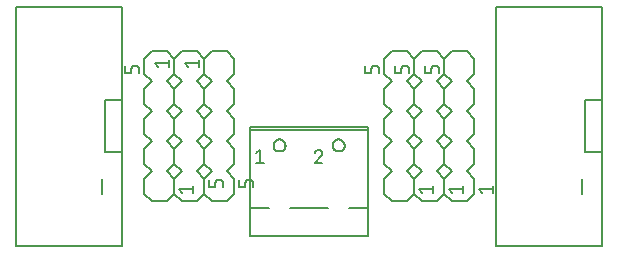
<source format=gto>
G04 EAGLE Gerber X2 export*
%TF.Part,Single*%
%TF.FileFunction,Other,Top Silkscreen*%
%TF.FilePolarity,Positive*%
%TF.GenerationSoftware,Autodesk,EAGLE,8.7.1*%
%TF.CreationDate,2018-03-26T18:49:14Z*%
G75*
%MOMM*%
%FSLAX34Y34*%
%LPD*%
%AMOC8*
5,1,8,0,0,1.08239X$1,22.5*%
G01*
%ADD10C,0.152400*%
%ADD11C,0.127000*%
%ADD12C,0.203200*%


D10*
X215900Y146050D02*
X215900Y133350D01*
X209550Y127000D01*
X196850Y127000D02*
X190500Y133350D01*
X209550Y127000D02*
X215900Y120650D01*
X215900Y107950D01*
X209550Y101600D01*
X196850Y101600D02*
X190500Y107950D01*
X190500Y120650D01*
X196850Y127000D01*
X196850Y152400D02*
X209550Y152400D01*
X215900Y146050D01*
X196850Y152400D02*
X190500Y146050D01*
X190500Y133350D01*
X209550Y101600D02*
X215900Y95250D01*
X215900Y82550D01*
X209550Y76200D01*
X196850Y76200D02*
X190500Y82550D01*
X190500Y95250D01*
X196850Y101600D01*
X215900Y69850D02*
X215900Y57150D01*
X209550Y50800D01*
X196850Y50800D02*
X190500Y57150D01*
X209550Y50800D02*
X215900Y44450D01*
X215900Y31750D01*
X209550Y25400D01*
X196850Y25400D01*
X190500Y31750D01*
X190500Y44450D01*
X196850Y50800D01*
X215900Y69850D02*
X209550Y76200D01*
X196850Y76200D02*
X190500Y69850D01*
X190500Y57150D01*
D11*
X177165Y139065D02*
X174625Y142240D01*
X186055Y142240D01*
X186055Y139065D02*
X186055Y145415D01*
X231775Y41275D02*
X231775Y37465D01*
X231775Y41275D02*
X231773Y41375D01*
X231767Y41474D01*
X231757Y41574D01*
X231744Y41672D01*
X231726Y41771D01*
X231705Y41868D01*
X231680Y41964D01*
X231651Y42060D01*
X231618Y42154D01*
X231582Y42247D01*
X231542Y42338D01*
X231498Y42428D01*
X231451Y42516D01*
X231401Y42602D01*
X231347Y42686D01*
X231290Y42768D01*
X231230Y42847D01*
X231166Y42925D01*
X231100Y42999D01*
X231031Y43071D01*
X230959Y43140D01*
X230885Y43206D01*
X230807Y43270D01*
X230728Y43330D01*
X230646Y43387D01*
X230562Y43441D01*
X230476Y43491D01*
X230388Y43538D01*
X230298Y43582D01*
X230207Y43622D01*
X230114Y43658D01*
X230020Y43691D01*
X229924Y43720D01*
X229828Y43745D01*
X229731Y43766D01*
X229632Y43784D01*
X229534Y43797D01*
X229434Y43807D01*
X229335Y43813D01*
X229235Y43815D01*
X227965Y43815D01*
X227865Y43813D01*
X227766Y43807D01*
X227666Y43797D01*
X227568Y43784D01*
X227469Y43766D01*
X227372Y43745D01*
X227276Y43720D01*
X227180Y43691D01*
X227086Y43658D01*
X226993Y43622D01*
X226902Y43582D01*
X226812Y43538D01*
X226724Y43491D01*
X226638Y43441D01*
X226554Y43387D01*
X226472Y43330D01*
X226393Y43270D01*
X226315Y43206D01*
X226241Y43140D01*
X226169Y43071D01*
X226100Y42999D01*
X226034Y42925D01*
X225970Y42847D01*
X225910Y42768D01*
X225853Y42686D01*
X225799Y42602D01*
X225749Y42516D01*
X225702Y42428D01*
X225658Y42338D01*
X225618Y42247D01*
X225582Y42154D01*
X225549Y42060D01*
X225520Y41964D01*
X225495Y41868D01*
X225474Y41771D01*
X225456Y41672D01*
X225443Y41574D01*
X225433Y41474D01*
X225427Y41375D01*
X225425Y41275D01*
X225425Y37465D01*
X220345Y37465D01*
X220345Y43815D01*
D10*
X190500Y133350D02*
X190500Y146050D01*
X190500Y133350D02*
X184150Y127000D01*
X171450Y127000D02*
X165100Y133350D01*
X184150Y127000D02*
X190500Y120650D01*
X190500Y107950D01*
X184150Y101600D01*
X171450Y101600D02*
X165100Y107950D01*
X165100Y120650D01*
X171450Y127000D01*
X171450Y152400D02*
X184150Y152400D01*
X190500Y146050D01*
X171450Y152400D02*
X165100Y146050D01*
X165100Y133350D01*
X184150Y101600D02*
X190500Y95250D01*
X190500Y82550D01*
X184150Y76200D01*
X171450Y76200D02*
X165100Y82550D01*
X165100Y95250D01*
X171450Y101600D01*
X190500Y69850D02*
X190500Y57150D01*
X184150Y50800D01*
X171450Y50800D02*
X165100Y57150D01*
X184150Y50800D02*
X190500Y44450D01*
X190500Y31750D01*
X184150Y25400D01*
X171450Y25400D01*
X165100Y31750D01*
X165100Y44450D01*
X171450Y50800D01*
X190500Y69850D02*
X184150Y76200D01*
X171450Y76200D02*
X165100Y69850D01*
X165100Y57150D01*
D11*
X151765Y139065D02*
X149225Y142240D01*
X160655Y142240D01*
X160655Y139065D02*
X160655Y145415D01*
X206375Y41275D02*
X206375Y37465D01*
X206375Y41275D02*
X206373Y41375D01*
X206367Y41474D01*
X206357Y41574D01*
X206344Y41672D01*
X206326Y41771D01*
X206305Y41868D01*
X206280Y41964D01*
X206251Y42060D01*
X206218Y42154D01*
X206182Y42247D01*
X206142Y42338D01*
X206098Y42428D01*
X206051Y42516D01*
X206001Y42602D01*
X205947Y42686D01*
X205890Y42768D01*
X205830Y42847D01*
X205766Y42925D01*
X205700Y42999D01*
X205631Y43071D01*
X205559Y43140D01*
X205485Y43206D01*
X205407Y43270D01*
X205328Y43330D01*
X205246Y43387D01*
X205162Y43441D01*
X205076Y43491D01*
X204988Y43538D01*
X204898Y43582D01*
X204807Y43622D01*
X204714Y43658D01*
X204620Y43691D01*
X204524Y43720D01*
X204428Y43745D01*
X204331Y43766D01*
X204232Y43784D01*
X204134Y43797D01*
X204034Y43807D01*
X203935Y43813D01*
X203835Y43815D01*
X202565Y43815D01*
X202465Y43813D01*
X202366Y43807D01*
X202266Y43797D01*
X202168Y43784D01*
X202069Y43766D01*
X201972Y43745D01*
X201876Y43720D01*
X201780Y43691D01*
X201686Y43658D01*
X201593Y43622D01*
X201502Y43582D01*
X201412Y43538D01*
X201324Y43491D01*
X201238Y43441D01*
X201154Y43387D01*
X201072Y43330D01*
X200993Y43270D01*
X200915Y43206D01*
X200841Y43140D01*
X200769Y43071D01*
X200700Y42999D01*
X200634Y42925D01*
X200570Y42847D01*
X200510Y42768D01*
X200453Y42686D01*
X200399Y42602D01*
X200349Y42516D01*
X200302Y42428D01*
X200258Y42338D01*
X200218Y42247D01*
X200182Y42154D01*
X200149Y42060D01*
X200120Y41964D01*
X200095Y41868D01*
X200074Y41771D01*
X200056Y41672D01*
X200043Y41574D01*
X200033Y41474D01*
X200027Y41375D01*
X200025Y41275D01*
X200025Y37465D01*
X194945Y37465D01*
X194945Y43815D01*
D10*
X139700Y44450D02*
X139700Y31750D01*
X139700Y44450D02*
X146050Y50800D01*
X158750Y50800D02*
X165100Y44450D01*
X146050Y50800D02*
X139700Y57150D01*
X139700Y69850D01*
X146050Y76200D01*
X158750Y76200D02*
X165100Y69850D01*
X165100Y57150D01*
X158750Y50800D01*
X158750Y25400D02*
X146050Y25400D01*
X139700Y31750D01*
X158750Y25400D02*
X165100Y31750D01*
X165100Y44450D01*
X146050Y76200D02*
X139700Y82550D01*
X139700Y95250D01*
X146050Y101600D01*
X158750Y101600D02*
X165100Y95250D01*
X165100Y82550D01*
X158750Y76200D01*
X139700Y107950D02*
X139700Y120650D01*
X146050Y127000D01*
X158750Y127000D02*
X165100Y120650D01*
X146050Y127000D02*
X139700Y133350D01*
X139700Y146050D01*
X146050Y152400D01*
X158750Y152400D01*
X165100Y146050D01*
X165100Y133350D01*
X158750Y127000D01*
X139700Y107950D02*
X146050Y101600D01*
X158750Y101600D02*
X165100Y107950D01*
X165100Y120650D01*
D11*
X169545Y35560D02*
X172085Y32385D01*
X169545Y35560D02*
X180975Y35560D01*
X180975Y32385D02*
X180975Y38735D01*
X135255Y133985D02*
X135255Y137795D01*
X135253Y137895D01*
X135247Y137994D01*
X135237Y138094D01*
X135224Y138192D01*
X135206Y138291D01*
X135185Y138388D01*
X135160Y138484D01*
X135131Y138580D01*
X135098Y138674D01*
X135062Y138767D01*
X135022Y138858D01*
X134978Y138948D01*
X134931Y139036D01*
X134881Y139122D01*
X134827Y139206D01*
X134770Y139288D01*
X134710Y139367D01*
X134646Y139445D01*
X134580Y139519D01*
X134511Y139591D01*
X134439Y139660D01*
X134365Y139726D01*
X134287Y139790D01*
X134208Y139850D01*
X134126Y139907D01*
X134042Y139961D01*
X133956Y140011D01*
X133868Y140058D01*
X133778Y140102D01*
X133687Y140142D01*
X133594Y140178D01*
X133500Y140211D01*
X133404Y140240D01*
X133308Y140265D01*
X133211Y140286D01*
X133112Y140304D01*
X133014Y140317D01*
X132914Y140327D01*
X132815Y140333D01*
X132715Y140335D01*
X131445Y140335D01*
X131345Y140333D01*
X131246Y140327D01*
X131146Y140317D01*
X131048Y140304D01*
X130949Y140286D01*
X130852Y140265D01*
X130756Y140240D01*
X130660Y140211D01*
X130566Y140178D01*
X130473Y140142D01*
X130382Y140102D01*
X130292Y140058D01*
X130204Y140011D01*
X130118Y139961D01*
X130034Y139907D01*
X129952Y139850D01*
X129873Y139790D01*
X129795Y139726D01*
X129721Y139660D01*
X129649Y139591D01*
X129580Y139519D01*
X129514Y139445D01*
X129450Y139367D01*
X129390Y139288D01*
X129333Y139206D01*
X129279Y139122D01*
X129229Y139036D01*
X129182Y138948D01*
X129138Y138858D01*
X129098Y138767D01*
X129062Y138674D01*
X129029Y138580D01*
X129000Y138484D01*
X128975Y138388D01*
X128954Y138291D01*
X128936Y138192D01*
X128923Y138094D01*
X128913Y137994D01*
X128907Y137895D01*
X128905Y137795D01*
X128905Y133985D01*
X123825Y133985D01*
X123825Y140335D01*
D10*
X342900Y44450D02*
X342900Y31750D01*
X342900Y44450D02*
X349250Y50800D01*
X361950Y50800D02*
X368300Y44450D01*
X349250Y50800D02*
X342900Y57150D01*
X342900Y69850D01*
X349250Y76200D01*
X361950Y76200D02*
X368300Y69850D01*
X368300Y57150D01*
X361950Y50800D01*
X361950Y25400D02*
X349250Y25400D01*
X342900Y31750D01*
X361950Y25400D02*
X368300Y31750D01*
X368300Y44450D01*
X349250Y76200D02*
X342900Y82550D01*
X342900Y95250D01*
X349250Y101600D01*
X361950Y101600D02*
X368300Y95250D01*
X368300Y82550D01*
X361950Y76200D01*
X342900Y107950D02*
X342900Y120650D01*
X349250Y127000D01*
X361950Y127000D02*
X368300Y120650D01*
X349250Y127000D02*
X342900Y133350D01*
X342900Y146050D01*
X349250Y152400D01*
X361950Y152400D01*
X368300Y146050D01*
X368300Y133350D01*
X361950Y127000D01*
X342900Y107950D02*
X349250Y101600D01*
X361950Y101600D02*
X368300Y107950D01*
X368300Y120650D01*
D11*
X372745Y35560D02*
X375285Y32385D01*
X372745Y35560D02*
X384175Y35560D01*
X384175Y32385D02*
X384175Y38735D01*
X338455Y133985D02*
X338455Y137795D01*
X338453Y137895D01*
X338447Y137994D01*
X338437Y138094D01*
X338424Y138192D01*
X338406Y138291D01*
X338385Y138388D01*
X338360Y138484D01*
X338331Y138580D01*
X338298Y138674D01*
X338262Y138767D01*
X338222Y138858D01*
X338178Y138948D01*
X338131Y139036D01*
X338081Y139122D01*
X338027Y139206D01*
X337970Y139288D01*
X337910Y139367D01*
X337846Y139445D01*
X337780Y139519D01*
X337711Y139591D01*
X337639Y139660D01*
X337565Y139726D01*
X337487Y139790D01*
X337408Y139850D01*
X337326Y139907D01*
X337242Y139961D01*
X337156Y140011D01*
X337068Y140058D01*
X336978Y140102D01*
X336887Y140142D01*
X336794Y140178D01*
X336700Y140211D01*
X336604Y140240D01*
X336508Y140265D01*
X336411Y140286D01*
X336312Y140304D01*
X336214Y140317D01*
X336114Y140327D01*
X336015Y140333D01*
X335915Y140335D01*
X334645Y140335D01*
X334545Y140333D01*
X334446Y140327D01*
X334346Y140317D01*
X334248Y140304D01*
X334149Y140286D01*
X334052Y140265D01*
X333956Y140240D01*
X333860Y140211D01*
X333766Y140178D01*
X333673Y140142D01*
X333582Y140102D01*
X333492Y140058D01*
X333404Y140011D01*
X333318Y139961D01*
X333234Y139907D01*
X333152Y139850D01*
X333073Y139790D01*
X332995Y139726D01*
X332921Y139660D01*
X332849Y139591D01*
X332780Y139519D01*
X332714Y139445D01*
X332650Y139367D01*
X332590Y139288D01*
X332533Y139206D01*
X332479Y139122D01*
X332429Y139036D01*
X332382Y138948D01*
X332338Y138858D01*
X332298Y138767D01*
X332262Y138674D01*
X332229Y138580D01*
X332200Y138484D01*
X332175Y138388D01*
X332154Y138291D01*
X332136Y138192D01*
X332123Y138094D01*
X332113Y137994D01*
X332107Y137895D01*
X332105Y137795D01*
X332105Y133985D01*
X327025Y133985D01*
X327025Y140335D01*
D10*
X368300Y44450D02*
X368300Y31750D01*
X368300Y44450D02*
X374650Y50800D01*
X387350Y50800D02*
X393700Y44450D01*
X374650Y50800D02*
X368300Y57150D01*
X368300Y69850D01*
X374650Y76200D01*
X387350Y76200D02*
X393700Y69850D01*
X393700Y57150D01*
X387350Y50800D01*
X387350Y25400D02*
X374650Y25400D01*
X368300Y31750D01*
X387350Y25400D02*
X393700Y31750D01*
X393700Y44450D01*
X374650Y76200D02*
X368300Y82550D01*
X368300Y95250D01*
X374650Y101600D01*
X387350Y101600D02*
X393700Y95250D01*
X393700Y82550D01*
X387350Y76200D01*
X368300Y107950D02*
X368300Y120650D01*
X374650Y127000D01*
X387350Y127000D02*
X393700Y120650D01*
X374650Y127000D02*
X368300Y133350D01*
X368300Y146050D01*
X374650Y152400D01*
X387350Y152400D01*
X393700Y146050D01*
X393700Y133350D01*
X387350Y127000D01*
X368300Y107950D02*
X374650Y101600D01*
X387350Y101600D02*
X393700Y107950D01*
X393700Y120650D01*
D11*
X398145Y35560D02*
X400685Y32385D01*
X398145Y35560D02*
X409575Y35560D01*
X409575Y32385D02*
X409575Y38735D01*
X363855Y133985D02*
X363855Y137795D01*
X363853Y137895D01*
X363847Y137994D01*
X363837Y138094D01*
X363824Y138192D01*
X363806Y138291D01*
X363785Y138388D01*
X363760Y138484D01*
X363731Y138580D01*
X363698Y138674D01*
X363662Y138767D01*
X363622Y138858D01*
X363578Y138948D01*
X363531Y139036D01*
X363481Y139122D01*
X363427Y139206D01*
X363370Y139288D01*
X363310Y139367D01*
X363246Y139445D01*
X363180Y139519D01*
X363111Y139591D01*
X363039Y139660D01*
X362965Y139726D01*
X362887Y139790D01*
X362808Y139850D01*
X362726Y139907D01*
X362642Y139961D01*
X362556Y140011D01*
X362468Y140058D01*
X362378Y140102D01*
X362287Y140142D01*
X362194Y140178D01*
X362100Y140211D01*
X362004Y140240D01*
X361908Y140265D01*
X361811Y140286D01*
X361712Y140304D01*
X361614Y140317D01*
X361514Y140327D01*
X361415Y140333D01*
X361315Y140335D01*
X360045Y140335D01*
X359945Y140333D01*
X359846Y140327D01*
X359746Y140317D01*
X359648Y140304D01*
X359549Y140286D01*
X359452Y140265D01*
X359356Y140240D01*
X359260Y140211D01*
X359166Y140178D01*
X359073Y140142D01*
X358982Y140102D01*
X358892Y140058D01*
X358804Y140011D01*
X358718Y139961D01*
X358634Y139907D01*
X358552Y139850D01*
X358473Y139790D01*
X358395Y139726D01*
X358321Y139660D01*
X358249Y139591D01*
X358180Y139519D01*
X358114Y139445D01*
X358050Y139367D01*
X357990Y139288D01*
X357933Y139206D01*
X357879Y139122D01*
X357829Y139036D01*
X357782Y138948D01*
X357738Y138858D01*
X357698Y138767D01*
X357662Y138674D01*
X357629Y138580D01*
X357600Y138484D01*
X357575Y138388D01*
X357554Y138291D01*
X357536Y138192D01*
X357523Y138094D01*
X357513Y137994D01*
X357507Y137895D01*
X357505Y137795D01*
X357505Y133985D01*
X352425Y133985D01*
X352425Y140335D01*
D10*
X393700Y44450D02*
X393700Y31750D01*
X393700Y44450D02*
X400050Y50800D01*
X412750Y50800D02*
X419100Y44450D01*
X400050Y50800D02*
X393700Y57150D01*
X393700Y69850D01*
X400050Y76200D01*
X412750Y76200D02*
X419100Y69850D01*
X419100Y57150D01*
X412750Y50800D01*
X412750Y25400D02*
X400050Y25400D01*
X393700Y31750D01*
X412750Y25400D02*
X419100Y31750D01*
X419100Y44450D01*
X400050Y76200D02*
X393700Y82550D01*
X393700Y95250D01*
X400050Y101600D01*
X412750Y101600D02*
X419100Y95250D01*
X419100Y82550D01*
X412750Y76200D01*
X393700Y107950D02*
X393700Y120650D01*
X400050Y127000D01*
X412750Y127000D02*
X419100Y120650D01*
X400050Y127000D02*
X393700Y133350D01*
X393700Y146050D01*
X400050Y152400D01*
X412750Y152400D01*
X419100Y146050D01*
X419100Y133350D01*
X412750Y127000D01*
X393700Y107950D02*
X400050Y101600D01*
X412750Y101600D02*
X419100Y107950D01*
X419100Y120650D01*
D11*
X423545Y35560D02*
X426085Y32385D01*
X423545Y35560D02*
X434975Y35560D01*
X434975Y32385D02*
X434975Y38735D01*
X389255Y133985D02*
X389255Y137795D01*
X389253Y137895D01*
X389247Y137994D01*
X389237Y138094D01*
X389224Y138192D01*
X389206Y138291D01*
X389185Y138388D01*
X389160Y138484D01*
X389131Y138580D01*
X389098Y138674D01*
X389062Y138767D01*
X389022Y138858D01*
X388978Y138948D01*
X388931Y139036D01*
X388881Y139122D01*
X388827Y139206D01*
X388770Y139288D01*
X388710Y139367D01*
X388646Y139445D01*
X388580Y139519D01*
X388511Y139591D01*
X388439Y139660D01*
X388365Y139726D01*
X388287Y139790D01*
X388208Y139850D01*
X388126Y139907D01*
X388042Y139961D01*
X387956Y140011D01*
X387868Y140058D01*
X387778Y140102D01*
X387687Y140142D01*
X387594Y140178D01*
X387500Y140211D01*
X387404Y140240D01*
X387308Y140265D01*
X387211Y140286D01*
X387112Y140304D01*
X387014Y140317D01*
X386914Y140327D01*
X386815Y140333D01*
X386715Y140335D01*
X385445Y140335D01*
X385345Y140333D01*
X385246Y140327D01*
X385146Y140317D01*
X385048Y140304D01*
X384949Y140286D01*
X384852Y140265D01*
X384756Y140240D01*
X384660Y140211D01*
X384566Y140178D01*
X384473Y140142D01*
X384382Y140102D01*
X384292Y140058D01*
X384204Y140011D01*
X384118Y139961D01*
X384034Y139907D01*
X383952Y139850D01*
X383873Y139790D01*
X383795Y139726D01*
X383721Y139660D01*
X383649Y139591D01*
X383580Y139519D01*
X383514Y139445D01*
X383450Y139367D01*
X383390Y139288D01*
X383333Y139206D01*
X383279Y139122D01*
X383229Y139036D01*
X383182Y138948D01*
X383138Y138858D01*
X383098Y138767D01*
X383062Y138674D01*
X383029Y138580D01*
X383000Y138484D01*
X382975Y138388D01*
X382954Y138291D01*
X382936Y138192D01*
X382923Y138094D01*
X382913Y137994D01*
X382907Y137895D01*
X382905Y137795D01*
X382905Y133985D01*
X377825Y133985D01*
X377825Y140335D01*
D10*
X329330Y-3810D02*
X229510Y-3810D01*
X329330Y86110D02*
X329330Y88140D01*
X229510Y88140D01*
X229510Y20070D02*
X229510Y-3810D01*
X229510Y20070D02*
X245510Y20070D01*
X263290Y20070D02*
X295550Y20070D01*
X313330Y20070D02*
X329330Y20070D01*
X229510Y20070D02*
X229510Y86110D01*
X329330Y20070D02*
X329330Y-3810D01*
X329330Y86110D02*
X229510Y86110D01*
X229510Y88140D01*
X329330Y86110D02*
X329330Y20070D01*
X249320Y72898D02*
X249322Y73040D01*
X249328Y73183D01*
X249338Y73325D01*
X249352Y73467D01*
X249370Y73608D01*
X249392Y73749D01*
X249418Y73889D01*
X249447Y74028D01*
X249481Y74167D01*
X249519Y74304D01*
X249560Y74441D01*
X249605Y74576D01*
X249654Y74710D01*
X249707Y74842D01*
X249763Y74973D01*
X249823Y75102D01*
X249887Y75230D01*
X249954Y75355D01*
X250025Y75479D01*
X250099Y75601D01*
X250176Y75720D01*
X250257Y75838D01*
X250341Y75953D01*
X250428Y76065D01*
X250519Y76175D01*
X250612Y76283D01*
X250709Y76388D01*
X250808Y76490D01*
X250910Y76589D01*
X251015Y76686D01*
X251123Y76779D01*
X251233Y76870D01*
X251345Y76957D01*
X251460Y77041D01*
X251578Y77122D01*
X251697Y77199D01*
X251819Y77273D01*
X251943Y77344D01*
X252068Y77411D01*
X252196Y77475D01*
X252325Y77535D01*
X252456Y77591D01*
X252588Y77644D01*
X252722Y77693D01*
X252857Y77738D01*
X252994Y77779D01*
X253131Y77817D01*
X253270Y77851D01*
X253409Y77880D01*
X253549Y77906D01*
X253690Y77928D01*
X253831Y77946D01*
X253973Y77960D01*
X254115Y77970D01*
X254258Y77976D01*
X254400Y77978D01*
X254542Y77976D01*
X254685Y77970D01*
X254827Y77960D01*
X254969Y77946D01*
X255110Y77928D01*
X255251Y77906D01*
X255391Y77880D01*
X255530Y77851D01*
X255669Y77817D01*
X255806Y77779D01*
X255943Y77738D01*
X256078Y77693D01*
X256212Y77644D01*
X256344Y77591D01*
X256475Y77535D01*
X256604Y77475D01*
X256732Y77411D01*
X256857Y77344D01*
X256981Y77273D01*
X257103Y77199D01*
X257222Y77122D01*
X257340Y77041D01*
X257455Y76957D01*
X257567Y76870D01*
X257677Y76779D01*
X257785Y76686D01*
X257890Y76589D01*
X257992Y76490D01*
X258091Y76388D01*
X258188Y76283D01*
X258281Y76175D01*
X258372Y76065D01*
X258459Y75953D01*
X258543Y75838D01*
X258624Y75720D01*
X258701Y75601D01*
X258775Y75479D01*
X258846Y75355D01*
X258913Y75230D01*
X258977Y75102D01*
X259037Y74973D01*
X259093Y74842D01*
X259146Y74710D01*
X259195Y74576D01*
X259240Y74441D01*
X259281Y74304D01*
X259319Y74167D01*
X259353Y74028D01*
X259382Y73889D01*
X259408Y73749D01*
X259430Y73608D01*
X259448Y73467D01*
X259462Y73325D01*
X259472Y73183D01*
X259478Y73040D01*
X259480Y72898D01*
X259478Y72756D01*
X259472Y72613D01*
X259462Y72471D01*
X259448Y72329D01*
X259430Y72188D01*
X259408Y72047D01*
X259382Y71907D01*
X259353Y71768D01*
X259319Y71629D01*
X259281Y71492D01*
X259240Y71355D01*
X259195Y71220D01*
X259146Y71086D01*
X259093Y70954D01*
X259037Y70823D01*
X258977Y70694D01*
X258913Y70566D01*
X258846Y70441D01*
X258775Y70317D01*
X258701Y70195D01*
X258624Y70076D01*
X258543Y69958D01*
X258459Y69843D01*
X258372Y69731D01*
X258281Y69621D01*
X258188Y69513D01*
X258091Y69408D01*
X257992Y69306D01*
X257890Y69207D01*
X257785Y69110D01*
X257677Y69017D01*
X257567Y68926D01*
X257455Y68839D01*
X257340Y68755D01*
X257222Y68674D01*
X257103Y68597D01*
X256981Y68523D01*
X256857Y68452D01*
X256732Y68385D01*
X256604Y68321D01*
X256475Y68261D01*
X256344Y68205D01*
X256212Y68152D01*
X256078Y68103D01*
X255943Y68058D01*
X255806Y68017D01*
X255669Y67979D01*
X255530Y67945D01*
X255391Y67916D01*
X255251Y67890D01*
X255110Y67868D01*
X254969Y67850D01*
X254827Y67836D01*
X254685Y67826D01*
X254542Y67820D01*
X254400Y67818D01*
X254258Y67820D01*
X254115Y67826D01*
X253973Y67836D01*
X253831Y67850D01*
X253690Y67868D01*
X253549Y67890D01*
X253409Y67916D01*
X253270Y67945D01*
X253131Y67979D01*
X252994Y68017D01*
X252857Y68058D01*
X252722Y68103D01*
X252588Y68152D01*
X252456Y68205D01*
X252325Y68261D01*
X252196Y68321D01*
X252068Y68385D01*
X251943Y68452D01*
X251819Y68523D01*
X251697Y68597D01*
X251578Y68674D01*
X251460Y68755D01*
X251345Y68839D01*
X251233Y68926D01*
X251123Y69017D01*
X251015Y69110D01*
X250910Y69207D01*
X250808Y69306D01*
X250709Y69408D01*
X250612Y69513D01*
X250519Y69621D01*
X250428Y69731D01*
X250341Y69843D01*
X250257Y69958D01*
X250176Y70076D01*
X250099Y70195D01*
X250025Y70317D01*
X249954Y70441D01*
X249887Y70566D01*
X249823Y70694D01*
X249763Y70823D01*
X249707Y70954D01*
X249654Y71086D01*
X249605Y71220D01*
X249560Y71355D01*
X249519Y71492D01*
X249481Y71629D01*
X249447Y71768D01*
X249418Y71907D01*
X249392Y72047D01*
X249370Y72188D01*
X249352Y72329D01*
X249338Y72471D01*
X249328Y72613D01*
X249322Y72756D01*
X249320Y72898D01*
X299358Y72898D02*
X299360Y73040D01*
X299366Y73183D01*
X299376Y73325D01*
X299390Y73467D01*
X299408Y73608D01*
X299430Y73749D01*
X299456Y73889D01*
X299485Y74028D01*
X299519Y74167D01*
X299557Y74304D01*
X299598Y74441D01*
X299643Y74576D01*
X299692Y74710D01*
X299745Y74842D01*
X299801Y74973D01*
X299861Y75102D01*
X299925Y75230D01*
X299992Y75355D01*
X300063Y75479D01*
X300137Y75601D01*
X300214Y75720D01*
X300295Y75838D01*
X300379Y75953D01*
X300466Y76065D01*
X300557Y76175D01*
X300650Y76283D01*
X300747Y76388D01*
X300846Y76490D01*
X300948Y76589D01*
X301053Y76686D01*
X301161Y76779D01*
X301271Y76870D01*
X301383Y76957D01*
X301498Y77041D01*
X301616Y77122D01*
X301735Y77199D01*
X301857Y77273D01*
X301981Y77344D01*
X302106Y77411D01*
X302234Y77475D01*
X302363Y77535D01*
X302494Y77591D01*
X302626Y77644D01*
X302760Y77693D01*
X302895Y77738D01*
X303032Y77779D01*
X303169Y77817D01*
X303308Y77851D01*
X303447Y77880D01*
X303587Y77906D01*
X303728Y77928D01*
X303869Y77946D01*
X304011Y77960D01*
X304153Y77970D01*
X304296Y77976D01*
X304438Y77978D01*
X304580Y77976D01*
X304723Y77970D01*
X304865Y77960D01*
X305007Y77946D01*
X305148Y77928D01*
X305289Y77906D01*
X305429Y77880D01*
X305568Y77851D01*
X305707Y77817D01*
X305844Y77779D01*
X305981Y77738D01*
X306116Y77693D01*
X306250Y77644D01*
X306382Y77591D01*
X306513Y77535D01*
X306642Y77475D01*
X306770Y77411D01*
X306895Y77344D01*
X307019Y77273D01*
X307141Y77199D01*
X307260Y77122D01*
X307378Y77041D01*
X307493Y76957D01*
X307605Y76870D01*
X307715Y76779D01*
X307823Y76686D01*
X307928Y76589D01*
X308030Y76490D01*
X308129Y76388D01*
X308226Y76283D01*
X308319Y76175D01*
X308410Y76065D01*
X308497Y75953D01*
X308581Y75838D01*
X308662Y75720D01*
X308739Y75601D01*
X308813Y75479D01*
X308884Y75355D01*
X308951Y75230D01*
X309015Y75102D01*
X309075Y74973D01*
X309131Y74842D01*
X309184Y74710D01*
X309233Y74576D01*
X309278Y74441D01*
X309319Y74304D01*
X309357Y74167D01*
X309391Y74028D01*
X309420Y73889D01*
X309446Y73749D01*
X309468Y73608D01*
X309486Y73467D01*
X309500Y73325D01*
X309510Y73183D01*
X309516Y73040D01*
X309518Y72898D01*
X309516Y72756D01*
X309510Y72613D01*
X309500Y72471D01*
X309486Y72329D01*
X309468Y72188D01*
X309446Y72047D01*
X309420Y71907D01*
X309391Y71768D01*
X309357Y71629D01*
X309319Y71492D01*
X309278Y71355D01*
X309233Y71220D01*
X309184Y71086D01*
X309131Y70954D01*
X309075Y70823D01*
X309015Y70694D01*
X308951Y70566D01*
X308884Y70441D01*
X308813Y70317D01*
X308739Y70195D01*
X308662Y70076D01*
X308581Y69958D01*
X308497Y69843D01*
X308410Y69731D01*
X308319Y69621D01*
X308226Y69513D01*
X308129Y69408D01*
X308030Y69306D01*
X307928Y69207D01*
X307823Y69110D01*
X307715Y69017D01*
X307605Y68926D01*
X307493Y68839D01*
X307378Y68755D01*
X307260Y68674D01*
X307141Y68597D01*
X307019Y68523D01*
X306895Y68452D01*
X306770Y68385D01*
X306642Y68321D01*
X306513Y68261D01*
X306382Y68205D01*
X306250Y68152D01*
X306116Y68103D01*
X305981Y68058D01*
X305844Y68017D01*
X305707Y67979D01*
X305568Y67945D01*
X305429Y67916D01*
X305289Y67890D01*
X305148Y67868D01*
X305007Y67850D01*
X304865Y67836D01*
X304723Y67826D01*
X304580Y67820D01*
X304438Y67818D01*
X304296Y67820D01*
X304153Y67826D01*
X304011Y67836D01*
X303869Y67850D01*
X303728Y67868D01*
X303587Y67890D01*
X303447Y67916D01*
X303308Y67945D01*
X303169Y67979D01*
X303032Y68017D01*
X302895Y68058D01*
X302760Y68103D01*
X302626Y68152D01*
X302494Y68205D01*
X302363Y68261D01*
X302234Y68321D01*
X302106Y68385D01*
X301981Y68452D01*
X301857Y68523D01*
X301735Y68597D01*
X301616Y68674D01*
X301498Y68755D01*
X301383Y68839D01*
X301271Y68926D01*
X301161Y69017D01*
X301053Y69110D01*
X300948Y69207D01*
X300846Y69306D01*
X300747Y69408D01*
X300650Y69513D01*
X300557Y69621D01*
X300466Y69731D01*
X300379Y69843D01*
X300295Y69958D01*
X300214Y70076D01*
X300137Y70195D01*
X300063Y70317D01*
X299992Y70441D01*
X299925Y70566D01*
X299861Y70694D01*
X299801Y70823D01*
X299745Y70954D01*
X299692Y71086D01*
X299643Y71220D01*
X299598Y71355D01*
X299557Y71492D01*
X299519Y71629D01*
X299485Y71768D01*
X299456Y71907D01*
X299430Y72047D01*
X299408Y72188D01*
X299390Y72329D01*
X299376Y72471D01*
X299366Y72613D01*
X299360Y72756D01*
X299358Y72898D01*
D11*
X237890Y69215D02*
X234715Y66675D01*
X237890Y69215D02*
X237890Y57785D01*
X234715Y57785D02*
X241065Y57785D01*
X287738Y69216D02*
X287842Y69214D01*
X287947Y69208D01*
X288051Y69199D01*
X288154Y69186D01*
X288257Y69168D01*
X288359Y69148D01*
X288461Y69123D01*
X288561Y69095D01*
X288661Y69063D01*
X288759Y69027D01*
X288856Y68988D01*
X288951Y68946D01*
X289045Y68900D01*
X289137Y68850D01*
X289227Y68798D01*
X289315Y68742D01*
X289401Y68682D01*
X289485Y68620D01*
X289566Y68555D01*
X289645Y68487D01*
X289722Y68415D01*
X289795Y68342D01*
X289867Y68265D01*
X289935Y68186D01*
X290000Y68105D01*
X290062Y68021D01*
X290122Y67935D01*
X290178Y67847D01*
X290230Y67757D01*
X290280Y67665D01*
X290326Y67571D01*
X290368Y67476D01*
X290407Y67379D01*
X290443Y67281D01*
X290475Y67181D01*
X290503Y67081D01*
X290528Y66979D01*
X290548Y66877D01*
X290566Y66774D01*
X290579Y66671D01*
X290588Y66567D01*
X290594Y66462D01*
X290596Y66358D01*
X287738Y69215D02*
X287620Y69213D01*
X287501Y69207D01*
X287383Y69198D01*
X287266Y69185D01*
X287149Y69167D01*
X287032Y69147D01*
X286916Y69122D01*
X286801Y69094D01*
X286688Y69061D01*
X286575Y69026D01*
X286463Y68986D01*
X286353Y68944D01*
X286244Y68897D01*
X286136Y68847D01*
X286031Y68794D01*
X285927Y68737D01*
X285825Y68677D01*
X285725Y68614D01*
X285627Y68547D01*
X285531Y68478D01*
X285438Y68405D01*
X285347Y68329D01*
X285258Y68251D01*
X285172Y68169D01*
X285089Y68085D01*
X285008Y67999D01*
X284931Y67909D01*
X284856Y67818D01*
X284784Y67724D01*
X284715Y67627D01*
X284650Y67529D01*
X284587Y67428D01*
X284528Y67325D01*
X284472Y67221D01*
X284420Y67115D01*
X284371Y67007D01*
X284326Y66898D01*
X284284Y66787D01*
X284246Y66675D01*
X289643Y64136D02*
X289719Y64211D01*
X289794Y64290D01*
X289865Y64371D01*
X289934Y64455D01*
X289999Y64541D01*
X290061Y64629D01*
X290121Y64719D01*
X290177Y64811D01*
X290230Y64906D01*
X290279Y65002D01*
X290325Y65100D01*
X290368Y65199D01*
X290407Y65300D01*
X290442Y65402D01*
X290474Y65505D01*
X290502Y65609D01*
X290527Y65714D01*
X290548Y65821D01*
X290565Y65927D01*
X290578Y66034D01*
X290587Y66142D01*
X290593Y66250D01*
X290595Y66358D01*
X289643Y64135D02*
X284245Y57785D01*
X290595Y57785D01*
D12*
X103950Y44450D02*
X103950Y31750D01*
X31200Y-12100D02*
X31200Y189900D01*
X121200Y189900D02*
X121200Y110900D01*
X121200Y66900D01*
X121200Y-12100D01*
X32200Y-12100D01*
X31200Y189900D02*
X121200Y189900D01*
X121200Y66900D02*
X106200Y66900D01*
X106200Y110900D01*
X121200Y110900D01*
X510350Y44450D02*
X510350Y31750D01*
X437600Y-12100D02*
X437600Y189900D01*
X527600Y189900D02*
X527600Y110900D01*
X527600Y66900D01*
X527600Y-12100D01*
X438600Y-12100D01*
X437600Y189900D02*
X527600Y189900D01*
X527600Y66900D02*
X512600Y66900D01*
X512600Y110900D01*
X527600Y110900D01*
M02*

</source>
